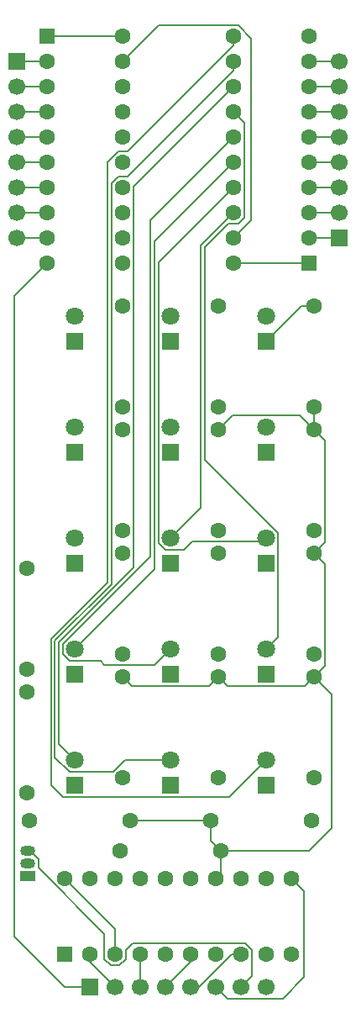
<source format=gbr>
%TF.GenerationSoftware,KiCad,Pcbnew,9.0.4-1.fc42*%
%TF.CreationDate,2025-09-21T18:40:38-04:00*%
%TF.ProjectId,DummyHat,44756d6d-7948-4617-942e-6b696361645f,rev?*%
%TF.SameCoordinates,Original*%
%TF.FileFunction,Copper,L1,Top*%
%TF.FilePolarity,Positive*%
%FSLAX46Y46*%
G04 Gerber Fmt 4.6, Leading zero omitted, Abs format (unit mm)*
G04 Created by KiCad (PCBNEW 9.0.4-1.fc42) date 2025-09-21 18:40:38*
%MOMM*%
%LPD*%
G01*
G04 APERTURE LIST*
G04 Aperture macros list*
%AMRoundRect*
0 Rectangle with rounded corners*
0 $1 Rounding radius*
0 $2 $3 $4 $5 $6 $7 $8 $9 X,Y pos of 4 corners*
0 Add a 4 corners polygon primitive as box body*
4,1,4,$2,$3,$4,$5,$6,$7,$8,$9,$2,$3,0*
0 Add four circle primitives for the rounded corners*
1,1,$1+$1,$2,$3*
1,1,$1+$1,$4,$5*
1,1,$1+$1,$6,$7*
1,1,$1+$1,$8,$9*
0 Add four rect primitives between the rounded corners*
20,1,$1+$1,$2,$3,$4,$5,0*
20,1,$1+$1,$4,$5,$6,$7,0*
20,1,$1+$1,$6,$7,$8,$9,0*
20,1,$1+$1,$8,$9,$2,$3,0*%
G04 Aperture macros list end*
%TA.AperFunction,ComponentPad*%
%ADD10C,1.600000*%
%TD*%
%TA.AperFunction,ComponentPad*%
%ADD11R,1.800000X1.800000*%
%TD*%
%TA.AperFunction,ComponentPad*%
%ADD12C,1.800000*%
%TD*%
%TA.AperFunction,ComponentPad*%
%ADD13R,1.500000X1.050000*%
%TD*%
%TA.AperFunction,ComponentPad*%
%ADD14O,1.500000X1.050000*%
%TD*%
%TA.AperFunction,ComponentPad*%
%ADD15R,1.700000X1.700000*%
%TD*%
%TA.AperFunction,ComponentPad*%
%ADD16C,1.700000*%
%TD*%
%TA.AperFunction,ComponentPad*%
%ADD17RoundRect,0.250000X0.550000X0.550000X-0.550000X0.550000X-0.550000X-0.550000X0.550000X-0.550000X0*%
%TD*%
%TA.AperFunction,ComponentPad*%
%ADD18RoundRect,0.250000X-0.550000X-0.550000X0.550000X-0.550000X0.550000X0.550000X-0.550000X0.550000X0*%
%TD*%
%TA.AperFunction,ComponentPad*%
%ADD19RoundRect,0.250000X0.550000X-0.550000X0.550000X0.550000X-0.550000X0.550000X-0.550000X-0.550000X0*%
%TD*%
%TA.AperFunction,Conductor*%
%ADD20C,0.200000*%
%TD*%
G04 APERTURE END LIST*
D10*
%TO.P,R11,1*%
%TO.N,Net-(D11-K)*%
X73914000Y-129540000D03*
%TO.P,R11,2*%
%TO.N,GND*%
X73914000Y-119380000D03*
%TD*%
D11*
%TO.P,D7,1,K*%
%TO.N,Net-(D7-K)*%
X78740000Y-96774000D03*
D12*
%TO.P,D7,2,A*%
%TO.N,D2*%
X78740000Y-94234000D03*
%TD*%
D13*
%TO.P,Q1,1,E*%
%TO.N,GND*%
X54716000Y-139446000D03*
D14*
%TO.P,Q1,2,B*%
%TO.N,Net-(Q1-B)*%
X54716000Y-138176000D03*
%TO.P,Q1,3,C*%
%TO.N,RESP*%
X54716000Y-136906000D03*
%TD*%
D11*
%TO.P,D6,1,K*%
%TO.N,Net-(D6-K)*%
X59436000Y-107955000D03*
D12*
%TO.P,D6,2,A*%
%TO.N,D1*%
X59436000Y-105415000D03*
%TD*%
D10*
%TO.P,R10,1*%
%TO.N,Net-(D10-K)*%
X64262000Y-129540000D03*
%TO.P,R10,2*%
%TO.N,GND*%
X64262000Y-119380000D03*
%TD*%
%TO.P,R6,1*%
%TO.N,Net-(D2-K)*%
X73914000Y-82042000D03*
%TO.P,R6,2*%
%TO.N,GND*%
X73914000Y-92202000D03*
%TD*%
D15*
%TO.P,J3,1,Pin_1*%
%TO.N,Net-(J3-Pin_1)*%
X86106000Y-75184000D03*
D16*
%TO.P,J3,2,Pin_2*%
%TO.N,Net-(J3-Pin_2)*%
X86106000Y-72644000D03*
%TO.P,J3,3,Pin_3*%
%TO.N,Net-(J3-Pin_3)*%
X86106000Y-70104000D03*
%TO.P,J3,4,Pin_4*%
%TO.N,Net-(J3-Pin_4)*%
X86106000Y-67564000D03*
%TO.P,J3,5,Pin_5*%
%TO.N,Net-(J3-Pin_5)*%
X86106000Y-65024000D03*
%TO.P,J3,6,Pin_6*%
%TO.N,Net-(J3-Pin_6)*%
X86106000Y-62484000D03*
%TO.P,J3,7,Pin_7*%
%TO.N,Net-(J3-Pin_7)*%
X86106000Y-59944000D03*
%TO.P,J3,8,Pin_8*%
%TO.N,Net-(J3-Pin_8)*%
X86106000Y-57404000D03*
%TD*%
D10*
%TO.P,R1,1*%
%TO.N,+5V*%
X54610000Y-131064000D03*
%TO.P,R1,2*%
%TO.N,RESP*%
X54610000Y-120904000D03*
%TD*%
D11*
%TO.P,D3,1,K*%
%TO.N,Net-(D3-K)*%
X59436000Y-85598000D03*
D12*
%TO.P,D3,2,A*%
%TO.N,D7*%
X59436000Y-83058000D03*
%TD*%
D10*
%TO.P,R14,1*%
%TO.N,Net-(D14-K)*%
X64008000Y-136906000D03*
%TO.P,R14,2*%
%TO.N,GND*%
X74168000Y-136906000D03*
%TD*%
%TO.P,R7,1*%
%TO.N,Net-(D3-K)*%
X64262000Y-82042000D03*
%TO.P,R7,2*%
%TO.N,GND*%
X64262000Y-92202000D03*
%TD*%
D11*
%TO.P,D5,1,K*%
%TO.N,Net-(D5-K)*%
X78740000Y-107955000D03*
D12*
%TO.P,D5,2,A*%
%TO.N,D9*%
X78740000Y-105415000D03*
%TD*%
D17*
%TO.P,U3,1,A->B*%
%TO.N,+5V*%
X83058000Y-77724000D03*
D10*
%TO.P,U3,2,A0*%
%TO.N,Net-(J3-Pin_1)*%
X83058000Y-75184000D03*
%TO.P,U3,3,A1*%
%TO.N,Net-(J3-Pin_2)*%
X83058000Y-72644000D03*
%TO.P,U3,4,A2*%
%TO.N,Net-(J3-Pin_3)*%
X83058000Y-70104000D03*
%TO.P,U3,5,A3*%
%TO.N,Net-(J3-Pin_4)*%
X83058000Y-67564000D03*
%TO.P,U3,6,A4*%
%TO.N,Net-(J3-Pin_5)*%
X83058000Y-65024000D03*
%TO.P,U3,7,A5*%
%TO.N,Net-(J3-Pin_6)*%
X83058000Y-62484000D03*
%TO.P,U3,8,A6*%
%TO.N,Net-(J3-Pin_7)*%
X83058000Y-59944000D03*
%TO.P,U3,9,A7*%
%TO.N,Net-(J3-Pin_8)*%
X83058000Y-57404000D03*
%TO.P,U3,10,GND*%
%TO.N,GND*%
X83058000Y-54864000D03*
%TO.P,U3,11,B7*%
%TO.N,D15*%
X75438000Y-54864000D03*
%TO.P,U3,12,B6*%
%TO.N,D14*%
X75438000Y-57404000D03*
%TO.P,U3,13,B5*%
%TO.N,D13*%
X75438000Y-59944000D03*
%TO.P,U3,14,B4*%
%TO.N,D12*%
X75438000Y-62484000D03*
%TO.P,U3,15,B3*%
%TO.N,D11*%
X75438000Y-65024000D03*
%TO.P,U3,16,B2*%
%TO.N,D10*%
X75438000Y-67564000D03*
%TO.P,U3,17,B1*%
%TO.N,D9*%
X75438000Y-70104000D03*
%TO.P,U3,18,B0*%
%TO.N,D8*%
X75438000Y-72644000D03*
%TO.P,U3,19,CE*%
%TO.N,Net-(U1-P=R)*%
X75438000Y-75184000D03*
%TO.P,U3,20,VCC*%
%TO.N,+5V*%
X75438000Y-77724000D03*
%TD*%
%TO.P,R15,1*%
%TO.N,Net-(D15-K)*%
X83312000Y-133858000D03*
%TO.P,R15,2*%
%TO.N,GND*%
X73152000Y-133858000D03*
%TD*%
%TO.P,R9,1*%
%TO.N,Net-(D5-K)*%
X83566000Y-117094000D03*
%TO.P,R9,2*%
%TO.N,GND*%
X83566000Y-106934000D03*
%TD*%
%TO.P,R3,1*%
%TO.N,Net-(D8-K)*%
X73914000Y-104648000D03*
%TO.P,R3,2*%
%TO.N,GND*%
X73914000Y-94488000D03*
%TD*%
D11*
%TO.P,D8,1,K*%
%TO.N,Net-(D8-K)*%
X69088000Y-96774000D03*
D12*
%TO.P,D8,2,A*%
%TO.N,D3*%
X69088000Y-94234000D03*
%TD*%
D10*
%TO.P,R16,1*%
%TO.N,Net-(D6-K)*%
X64262000Y-117094000D03*
%TO.P,R16,2*%
%TO.N,GND*%
X64262000Y-106934000D03*
%TD*%
%TO.P,R4,1*%
%TO.N,Net-(D9-K)*%
X64262000Y-104653000D03*
%TO.P,R4,2*%
%TO.N,GND*%
X64262000Y-94493000D03*
%TD*%
%TO.P,R2,1*%
%TO.N,Net-(U1-P=R)*%
X54610000Y-118618000D03*
%TO.P,R2,2*%
%TO.N,Net-(Q1-B)*%
X54610000Y-108458000D03*
%TD*%
D11*
%TO.P,D10,1,K*%
%TO.N,Net-(D10-K)*%
X59436000Y-119126000D03*
D12*
%TO.P,D10,2,A*%
%TO.N,D10*%
X59436000Y-116586000D03*
%TD*%
D10*
%TO.P,R12,1*%
%TO.N,Net-(D12-K)*%
X83566000Y-129540000D03*
%TO.P,R12,2*%
%TO.N,GND*%
X83566000Y-119380000D03*
%TD*%
D11*
%TO.P,D12,1,K*%
%TO.N,Net-(D12-K)*%
X78740000Y-119126000D03*
D12*
%TO.P,D12,2,A*%
%TO.N,D12*%
X78740000Y-116586000D03*
%TD*%
D11*
%TO.P,D9,1,K*%
%TO.N,Net-(D9-K)*%
X59436000Y-96779000D03*
D12*
%TO.P,D9,2,A*%
%TO.N,D4*%
X59436000Y-94239000D03*
%TD*%
D10*
%TO.P,R17,1*%
%TO.N,Net-(D7-K)*%
X83566000Y-104648000D03*
%TO.P,R17,2*%
%TO.N,GND*%
X83566000Y-94488000D03*
%TD*%
D11*
%TO.P,D1,1,K*%
%TO.N,Net-(D1-K)*%
X78740000Y-85598000D03*
D12*
%TO.P,D1,2,A*%
%TO.N,D5*%
X78740000Y-83058000D03*
%TD*%
D11*
%TO.P,D11,1,K*%
%TO.N,Net-(D11-K)*%
X69088000Y-119126000D03*
D12*
%TO.P,D11,2,A*%
%TO.N,D11*%
X69088000Y-116586000D03*
%TD*%
D11*
%TO.P,D15,1,K*%
%TO.N,Net-(D15-K)*%
X78740000Y-130307000D03*
D12*
%TO.P,D15,2,A*%
%TO.N,D15*%
X78740000Y-127767000D03*
%TD*%
D11*
%TO.P,D4,1,K*%
%TO.N,Net-(D4-K)*%
X69088000Y-107955000D03*
D12*
%TO.P,D4,2,A*%
%TO.N,D8*%
X69088000Y-105415000D03*
%TD*%
D15*
%TO.P,J2,1,Pin_1*%
%TO.N,Net-(J2-Pin_1)*%
X53594000Y-57404000D03*
D16*
%TO.P,J2,2,Pin_2*%
%TO.N,Net-(J2-Pin_2)*%
X53594000Y-59944000D03*
%TO.P,J2,3,Pin_3*%
%TO.N,Net-(J2-Pin_3)*%
X53594000Y-62484000D03*
%TO.P,J2,4,Pin_4*%
%TO.N,Net-(J2-Pin_4)*%
X53594000Y-65024000D03*
%TO.P,J2,5,Pin_5*%
%TO.N,Net-(J2-Pin_5)*%
X53594000Y-67564000D03*
%TO.P,J2,6,Pin_6*%
%TO.N,Net-(J2-Pin_6)*%
X53594000Y-70104000D03*
%TO.P,J2,7,Pin_7*%
%TO.N,Net-(J2-Pin_7)*%
X53594000Y-72644000D03*
%TO.P,J2,8,Pin_8*%
%TO.N,Net-(J2-Pin_8)*%
X53594000Y-75184000D03*
%TD*%
D11*
%TO.P,D14,1,K*%
%TO.N,Net-(D14-K)*%
X69088000Y-130307000D03*
D12*
%TO.P,D14,2,A*%
%TO.N,D14*%
X69088000Y-127767000D03*
%TD*%
D11*
%TO.P,D2,1,K*%
%TO.N,Net-(D2-K)*%
X69088000Y-85598000D03*
D12*
%TO.P,D2,2,A*%
%TO.N,D6*%
X69088000Y-83058000D03*
%TD*%
D10*
%TO.P,R13,1*%
%TO.N,Net-(D13-K)*%
X54864000Y-133858000D03*
%TO.P,R13,2*%
%TO.N,GND*%
X65024000Y-133858000D03*
%TD*%
D15*
%TO.P,J1,1,Pin_1*%
%TO.N,GND*%
X60956987Y-150618987D03*
D16*
%TO.P,J1,2,Pin_2*%
%TO.N,I0*%
X63496987Y-150618987D03*
%TO.P,J1,3,Pin_3*%
%TO.N,I1*%
X66036987Y-150618987D03*
%TO.P,J1,4,Pin_4*%
%TO.N,I2*%
X68576987Y-150618987D03*
%TO.P,J1,5,Pin_5*%
%TO.N,I3*%
X71116987Y-150618987D03*
%TO.P,J1,6,Pin_6*%
%TO.N,I4*%
X73656987Y-150618987D03*
%TO.P,J1,7,Pin_7*%
%TO.N,RESP*%
X76196987Y-150618987D03*
%TO.P,J1,8,Pin_8*%
%TO.N,+5V*%
X78736987Y-150618987D03*
%TD*%
D10*
%TO.P,R8,1*%
%TO.N,Net-(D4-K)*%
X73914000Y-117094000D03*
%TO.P,R8,2*%
%TO.N,GND*%
X73914000Y-106934000D03*
%TD*%
D11*
%TO.P,D13,1,K*%
%TO.N,Net-(D13-K)*%
X59436000Y-130307000D03*
D12*
%TO.P,D13,2,A*%
%TO.N,D13*%
X59436000Y-127767000D03*
%TD*%
D18*
%TO.P,U2,1,A->B*%
%TO.N,+5V*%
X56642000Y-54864000D03*
D10*
%TO.P,U2,2,A0*%
%TO.N,Net-(J2-Pin_1)*%
X56642000Y-57404000D03*
%TO.P,U2,3,A1*%
%TO.N,Net-(J2-Pin_2)*%
X56642000Y-59944000D03*
%TO.P,U2,4,A2*%
%TO.N,Net-(J2-Pin_3)*%
X56642000Y-62484000D03*
%TO.P,U2,5,A3*%
%TO.N,Net-(J2-Pin_4)*%
X56642000Y-65024000D03*
%TO.P,U2,6,A4*%
%TO.N,Net-(J2-Pin_5)*%
X56642000Y-67564000D03*
%TO.P,U2,7,A5*%
%TO.N,Net-(J2-Pin_6)*%
X56642000Y-70104000D03*
%TO.P,U2,8,A6*%
%TO.N,Net-(J2-Pin_7)*%
X56642000Y-72644000D03*
%TO.P,U2,9,A7*%
%TO.N,Net-(J2-Pin_8)*%
X56642000Y-75184000D03*
%TO.P,U2,10,GND*%
%TO.N,GND*%
X56642000Y-77724000D03*
%TO.P,U2,11,B7*%
%TO.N,D7*%
X64262000Y-77724000D03*
%TO.P,U2,12,B6*%
%TO.N,D6*%
X64262000Y-75184000D03*
%TO.P,U2,13,B5*%
%TO.N,D5*%
X64262000Y-72644000D03*
%TO.P,U2,14,B4*%
%TO.N,D4*%
X64262000Y-70104000D03*
%TO.P,U2,15,B3*%
%TO.N,D3*%
X64262000Y-67564000D03*
%TO.P,U2,16,B2*%
%TO.N,D2*%
X64262000Y-65024000D03*
%TO.P,U2,17,B1*%
%TO.N,D1*%
X64262000Y-62484000D03*
%TO.P,U2,18,B0*%
%TO.N,D0*%
X64262000Y-59944000D03*
%TO.P,U2,19,CE*%
%TO.N,Net-(U1-P=R)*%
X64262000Y-57404000D03*
%TO.P,U2,20,VCC*%
%TO.N,+5V*%
X64262000Y-54864000D03*
%TD*%
%TO.P,R5,1*%
%TO.N,Net-(D1-K)*%
X83566000Y-82042000D03*
%TO.P,R5,2*%
%TO.N,GND*%
X83566000Y-92202000D03*
%TD*%
D19*
%TO.P,U1,1,G*%
%TO.N,GND*%
X58416987Y-147316987D03*
D10*
%TO.P,U1,2,P0*%
%TO.N,I0*%
X60956987Y-147316987D03*
%TO.P,U1,3,R0*%
%TO.N,+5V*%
X63496987Y-147316987D03*
%TO.P,U1,4,P1*%
%TO.N,I1*%
X66036987Y-147316987D03*
%TO.P,U1,5,R1*%
%TO.N,GND*%
X68576987Y-147316987D03*
%TO.P,U1,6,P2*%
%TO.N,I2*%
X71116987Y-147316987D03*
%TO.P,U1,7,R2*%
%TO.N,GND*%
X73656987Y-147316987D03*
%TO.P,U1,8,P3*%
%TO.N,I3*%
X76196987Y-147316987D03*
%TO.P,U1,9,R3*%
%TO.N,GND*%
X78736987Y-147316987D03*
%TO.P,U1,10,GND*%
X81276987Y-147316987D03*
%TO.P,U1,11,P4*%
%TO.N,I4*%
X81276987Y-139696987D03*
%TO.P,U1,12,R4*%
%TO.N,GND*%
X78736987Y-139696987D03*
%TO.P,U1,13,P5*%
X76196987Y-139696987D03*
%TO.P,U1,14,R5*%
X73656987Y-139696987D03*
%TO.P,U1,15,P6*%
X71116987Y-139696987D03*
%TO.P,U1,16,R6*%
X68576987Y-139696987D03*
%TO.P,U1,17,P7*%
X66036987Y-139696987D03*
%TO.P,U1,18,R7*%
X63496987Y-139696987D03*
%TO.P,U1,19,P=R*%
%TO.N,Net-(U1-P=R)*%
X60956987Y-139696987D03*
%TO.P,U1,20,VCC*%
%TO.N,+5V*%
X58416987Y-139696987D03*
%TD*%
D20*
%TO.N,I1*%
X66036987Y-150618987D02*
X66036987Y-147316987D01*
%TO.N,I0*%
X60956987Y-148078987D02*
X60956987Y-147316987D01*
X63496987Y-150618987D02*
X60956987Y-148078987D01*
%TO.N,+5V*%
X63496987Y-144776987D02*
X58416987Y-139696987D01*
X83058000Y-77724000D02*
X75438000Y-77724000D01*
X56642000Y-54864000D02*
X64262000Y-54864000D01*
X63496987Y-147316987D02*
X63496987Y-144776987D01*
%TO.N,I4*%
X73656987Y-150618987D02*
X74807987Y-151769987D01*
X82546987Y-149602987D02*
X82546987Y-140966987D01*
X82546987Y-140966987D02*
X81276987Y-139696987D01*
X74807987Y-151769987D02*
X80379987Y-151769987D01*
X80379987Y-151769987D02*
X82546987Y-149602987D01*
%TO.N,I3*%
X75214037Y-147316987D02*
X76196987Y-147316987D01*
X71912037Y-150618987D02*
X75214037Y-147316987D01*
X71116987Y-150618987D02*
X71912037Y-150618987D01*
%TO.N,I2*%
X71116987Y-148078987D02*
X71116987Y-147316987D01*
X68576987Y-150618987D02*
X71116987Y-148078987D01*
%TO.N,Net-(J2-Pin_2)*%
X53594000Y-59944000D02*
X56642000Y-59944000D01*
%TO.N,GND*%
X60956987Y-150618987D02*
X58420000Y-150618987D01*
X65209000Y-120327000D02*
X72967000Y-120327000D01*
X75369000Y-93033000D02*
X73914000Y-94488000D01*
X74861000Y-120327000D02*
X82619000Y-120327000D01*
X74168000Y-139185974D02*
X73656987Y-139696987D01*
X53340000Y-133350000D02*
X53340000Y-81026000D01*
X73152000Y-133858000D02*
X73152000Y-135890000D01*
X74168000Y-136906000D02*
X74168000Y-139185974D01*
X83566000Y-94488000D02*
X82111000Y-93033000D01*
X84667000Y-118279000D02*
X83566000Y-119380000D01*
X64262000Y-119380000D02*
X65209000Y-120327000D01*
X53336987Y-145542000D02*
X53343013Y-145542000D01*
X82619000Y-120327000D02*
X83566000Y-119380000D01*
X84667000Y-105833000D02*
X83566000Y-106934000D01*
X53336987Y-133353013D02*
X53340000Y-133350000D01*
X85344000Y-134620000D02*
X83058000Y-136906000D01*
X53343013Y-145542000D02*
X58420000Y-150618987D01*
X73152000Y-135890000D02*
X74168000Y-136906000D01*
X83566000Y-94488000D02*
X84667000Y-95589000D01*
X84667000Y-108035000D02*
X84667000Y-118279000D01*
X73152000Y-133858000D02*
X65024000Y-133858000D01*
X83058000Y-136906000D02*
X74168000Y-136906000D01*
X53340000Y-133604000D02*
X53340000Y-133350000D01*
X84667000Y-95589000D02*
X84667000Y-105833000D01*
X85344000Y-121158000D02*
X85344000Y-134620000D01*
X83566000Y-106934000D02*
X84667000Y-108035000D01*
X53340000Y-81026000D02*
X56642000Y-77724000D01*
X83566000Y-94488000D02*
X83566000Y-92202000D01*
X72967000Y-120327000D02*
X73914000Y-119380000D01*
X83566000Y-119380000D02*
X85344000Y-121158000D01*
X53336987Y-145542000D02*
X53336987Y-133353013D01*
X73914000Y-119380000D02*
X74861000Y-120327000D01*
X82111000Y-93033000D02*
X75369000Y-93033000D01*
%TO.N,Net-(J2-Pin_3)*%
X53594000Y-62484000D02*
X56642000Y-62484000D01*
%TO.N,Net-(J2-Pin_7)*%
X53594000Y-72644000D02*
X56642000Y-72644000D01*
%TO.N,Net-(J2-Pin_1)*%
X53594000Y-57404000D02*
X56642000Y-57404000D01*
%TO.N,Net-(J2-Pin_6)*%
X53594000Y-70104000D02*
X56642000Y-70104000D01*
%TO.N,Net-(J2-Pin_8)*%
X53594000Y-75184000D02*
X56642000Y-75184000D01*
%TO.N,Net-(J2-Pin_5)*%
X53594000Y-67564000D02*
X56642000Y-67564000D01*
%TO.N,Net-(J2-Pin_4)*%
X53594000Y-65024000D02*
X56642000Y-65024000D01*
%TO.N,Net-(J3-Pin_6)*%
X83058000Y-62484000D02*
X86106000Y-62484000D01*
%TO.N,Net-(J3-Pin_3)*%
X86106000Y-70104000D02*
X83058000Y-70104000D01*
%TO.N,Net-(J3-Pin_1)*%
X86106000Y-75184000D02*
X83058000Y-75184000D01*
%TO.N,Net-(J3-Pin_4)*%
X83058000Y-67564000D02*
X86106000Y-67564000D01*
%TO.N,Net-(J3-Pin_8)*%
X86106000Y-57404000D02*
X83058000Y-57404000D01*
%TO.N,Net-(J3-Pin_7)*%
X86106000Y-59944000D02*
X83058000Y-59944000D01*
%TO.N,Net-(J3-Pin_5)*%
X86106000Y-65024000D02*
X83058000Y-65024000D01*
%TO.N,Net-(J3-Pin_2)*%
X83058000Y-72644000D02*
X86106000Y-72644000D01*
%TO.N,Net-(U1-P=R)*%
X77216000Y-55084950D02*
X75894050Y-53763000D01*
X75438000Y-75184000D02*
X77216000Y-73406000D01*
X77216000Y-73406000D02*
X77216000Y-55084950D01*
X67903000Y-53763000D02*
X64262000Y-57404000D01*
X75894050Y-53763000D02*
X67903000Y-53763000D01*
%TO.N,D8*%
X72136000Y-75946000D02*
X72136000Y-102367000D01*
X75438000Y-72644000D02*
X72136000Y-75946000D01*
X72136000Y-102367000D02*
X69088000Y-105415000D01*
%TO.N,D11*%
X62011950Y-117787000D02*
X62419950Y-118195000D01*
X67479000Y-118195000D02*
X69088000Y-116586000D01*
X67085000Y-73377000D02*
X67085000Y-107238529D01*
X62419950Y-118195000D02*
X67479000Y-118195000D01*
X58235000Y-116088529D02*
X58235000Y-117083471D01*
X58235000Y-117083471D02*
X58938529Y-117787000D01*
X75438000Y-65024000D02*
X67085000Y-73377000D01*
X58938529Y-117787000D02*
X62011950Y-117787000D01*
X67085000Y-107238529D02*
X58235000Y-116088529D01*
%TO.N,D13*%
X75438000Y-59944000D02*
X65363000Y-70019000D01*
X65363000Y-108393429D02*
X57834000Y-115922429D01*
X57834000Y-126165000D02*
X59436000Y-127767000D01*
X57834000Y-115922429D02*
X57834000Y-126165000D01*
X65363000Y-70019000D02*
X65363000Y-108393429D01*
%TO.N,D9*%
X75438000Y-70104000D02*
X67887000Y-77655000D01*
X67887000Y-77655000D02*
X67887000Y-105912471D01*
X71255950Y-105749000D02*
X78406000Y-105749000D01*
X70388950Y-106616000D02*
X71255950Y-105749000D01*
X67887000Y-105912471D02*
X68590529Y-106616000D01*
X68590529Y-106616000D02*
X70388950Y-106616000D01*
X78406000Y-105749000D02*
X78740000Y-105415000D01*
%TO.N,D12*%
X76539000Y-73100050D02*
X75894050Y-73745000D01*
X72537000Y-76112100D02*
X72537000Y-97513529D01*
X75894050Y-73745000D02*
X74904100Y-73745000D01*
X76539000Y-63585000D02*
X76539000Y-73100050D01*
X79941000Y-104917529D02*
X79941000Y-115385000D01*
X79941000Y-115385000D02*
X78740000Y-116586000D01*
X75438000Y-62484000D02*
X76539000Y-63585000D01*
X72537000Y-97513529D02*
X79941000Y-104917529D01*
X74904100Y-73745000D02*
X72537000Y-76112100D01*
%TO.N,D14*%
X64477950Y-127767000D02*
X69088000Y-127767000D01*
X64718050Y-69003000D02*
X63805950Y-69003000D01*
X75438000Y-58283050D02*
X64718050Y-69003000D01*
X57433000Y-115756329D02*
X57433000Y-127462471D01*
X75438000Y-57404000D02*
X75438000Y-58283050D01*
X63276950Y-128968000D02*
X64477950Y-127767000D01*
X63805950Y-69003000D02*
X63161000Y-69647950D01*
X63161000Y-69647950D02*
X63161000Y-110028329D01*
X57433000Y-127462471D02*
X58938529Y-128968000D01*
X58938529Y-128968000D02*
X63276950Y-128968000D01*
X63161000Y-110028329D02*
X57433000Y-115756329D01*
%TO.N,D10*%
X67486000Y-108536000D02*
X59436000Y-116586000D01*
X75438000Y-67564000D02*
X67486000Y-75516000D01*
X67486000Y-75516000D02*
X67486000Y-108536000D01*
%TO.N,Net-(D1-K)*%
X82296000Y-82042000D02*
X78740000Y-85598000D01*
X83566000Y-82042000D02*
X82296000Y-82042000D01*
%TO.N,RESP*%
X63040937Y-148417987D02*
X62395987Y-147773037D01*
X77297987Y-149517987D02*
X77297987Y-146860937D01*
X76653037Y-146215987D02*
X65242937Y-146215987D01*
X55767000Y-137732000D02*
X54941000Y-136906000D01*
X63953037Y-148417987D02*
X63040937Y-148417987D01*
X55767000Y-138604050D02*
X55767000Y-137732000D01*
X62395987Y-147773037D02*
X62395987Y-145233037D01*
X77297987Y-146860937D02*
X76653037Y-146215987D01*
X62395987Y-145233037D02*
X55767000Y-138604050D01*
X54941000Y-136906000D02*
X54716000Y-136906000D01*
X64597987Y-146860937D02*
X64597987Y-147773037D01*
X65242937Y-146215987D02*
X64597987Y-146860937D01*
X76196987Y-150618987D02*
X77297987Y-149517987D01*
X64597987Y-147773037D02*
X63953037Y-148417987D01*
%TO.N,D15*%
X75438000Y-55743050D02*
X64718050Y-66463000D01*
X58235000Y-131508000D02*
X74999000Y-131508000D01*
X63805950Y-66463000D02*
X62760000Y-67508950D01*
X62760000Y-67508950D02*
X62760000Y-109862229D01*
X75438000Y-54864000D02*
X75438000Y-55743050D01*
X62760000Y-109862229D02*
X57032000Y-115590229D01*
X74999000Y-131508000D02*
X78740000Y-127767000D01*
X64718050Y-66463000D02*
X63805950Y-66463000D01*
X57032000Y-115590229D02*
X57032000Y-130305000D01*
X57032000Y-130305000D02*
X58235000Y-131508000D01*
%TD*%
M02*

</source>
